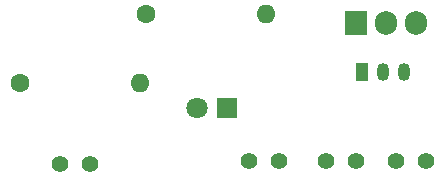
<source format=gbr>
G04 #@! TF.GenerationSoftware,KiCad,Pcbnew,(6.0.7)*
G04 #@! TF.CreationDate,2022-08-24T05:43:28-04:00*
G04 #@! TF.ProjectId,control temperatura,636f6e74-726f-46c2-9074-656d70657261,rev?*
G04 #@! TF.SameCoordinates,Original*
G04 #@! TF.FileFunction,Soldermask,Bot*
G04 #@! TF.FilePolarity,Negative*
%FSLAX46Y46*%
G04 Gerber Fmt 4.6, Leading zero omitted, Abs format (unit mm)*
G04 Created by KiCad (PCBNEW (6.0.7)) date 2022-08-24 05:43:28*
%MOMM*%
%LPD*%
G01*
G04 APERTURE LIST*
%ADD10C,1.400000*%
%ADD11C,1.600000*%
%ADD12O,1.600000X1.600000*%
%ADD13R,1.050000X1.500000*%
%ADD14O,1.050000X1.500000*%
%ADD15R,1.800000X1.800000*%
%ADD16C,1.800000*%
%ADD17R,1.905000X2.000000*%
%ADD18O,1.905000X2.000000*%
G04 APERTURE END LIST*
D10*
X143750000Y-71000000D03*
X146290000Y-71000000D03*
X137250000Y-71000000D03*
X139790000Y-71000000D03*
D11*
X117856000Y-64389000D03*
D12*
X128016000Y-64389000D03*
D13*
X146812000Y-63500000D03*
D14*
X148590000Y-63500000D03*
X150368000Y-63500000D03*
D10*
X152250000Y-71000000D03*
X149710000Y-71000000D03*
D15*
X135382000Y-66548000D03*
D16*
X132842000Y-66548000D03*
D10*
X123805000Y-71247000D03*
X121265000Y-71247000D03*
D17*
X146304000Y-59365000D03*
D18*
X148844000Y-59365000D03*
X151384000Y-59365000D03*
D11*
X128524000Y-58547000D03*
D12*
X138684000Y-58547000D03*
M02*

</source>
